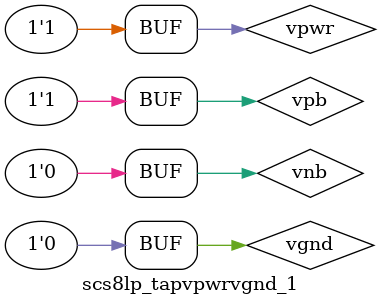
<source format=v>
`celldefine
`timescale 1ns / 1ps

module scs8lp_tapvpwrvgnd_1  (

`ifdef SC_USE_PG_PIN
input vpwr,
input vgnd,
input vpb,
input vnb
`endif

);

`ifdef functional
`else
`ifdef SC_USE_PG_PIN
`else
supply1 vpwr;
supply0 vgnd;
supply1 vpb;
supply0 vnb;
`endif
`endif

endmodule
`endcelldefine

</source>
